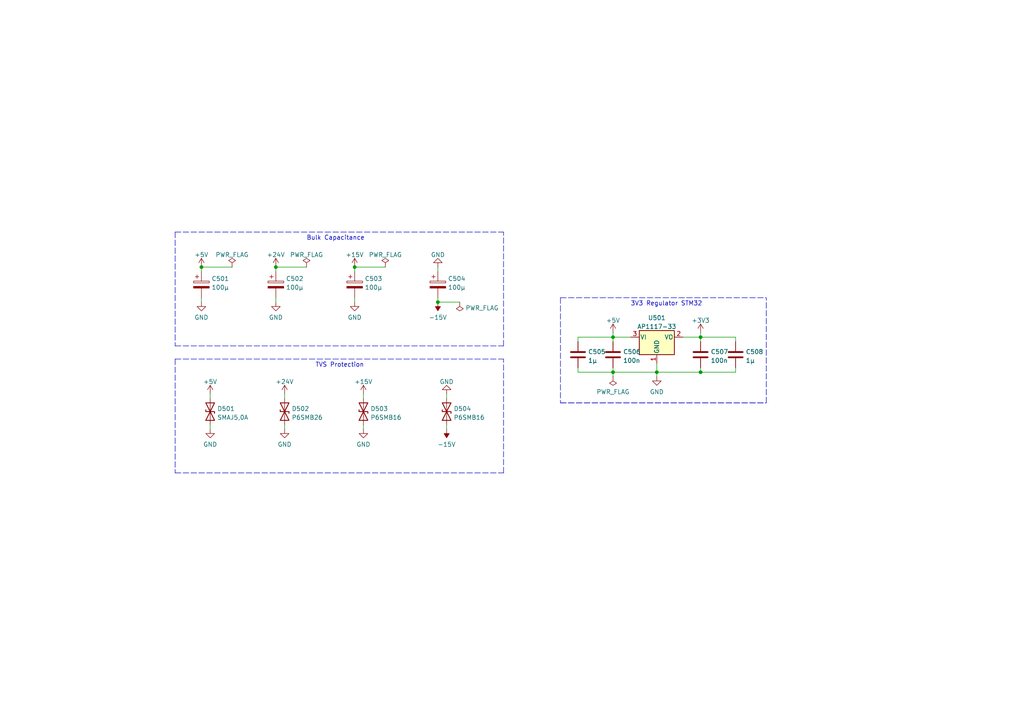
<source format=kicad_sch>
(kicad_sch (version 20211123) (generator eeschema)
  (paper "A4")
  (title_block (title "Supply Rails") (date "2022-11-27") (rev "Rev V1.0") (company "Synthron"))
  (lib_symbols
    (symbol "Device:C" (pin_numbers hide) (pin_names (offset 0.254))
      (property "Reference" "C" (at 0.635 2.54 0))
      (property "Value" "C" (at 0.635 -2.54 0))
      (symbol "C_0_1"
        (polyline (pts (xy -2.032 -0.762) (xy 2.032 -0.762)) (stroke (width 0.508)))
        (polyline (pts (xy -2.032 0.762) (xy 2.032 0.762)) (stroke (width 0.508)))
      )
      (symbol "C_1_1"
        (pin passive line (at 0 3.81 270) (length 2.794) (name "~") (number "1"))
        (pin passive line (at 0 -3.81 90) (length 2.794) (name "~") (number "2"))
      )
    )
    (symbol "Device:C_Polarized" (pin_numbers hide) (pin_names (offset 0.254))
      (property "Reference" "C" (at 0.635 2.54 0))
      (property "Value" "C_Polarized" (at 0.635 -2.54 0))
      (symbol "C_Polarized_0_1"
        (rectangle (start -2.286 0.508) (end 2.286 1.016))
        (polyline (pts (xy -1.778 2.286) (xy -0.762 2.286)))
        (polyline (pts (xy -1.27 2.794) (xy -1.27 1.778)))
        (rectangle (start 2.286 -0.508) (end -2.286 -1.016) (fill (type outline)))
      )
      (symbol "C_Polarized_1_1"
        (pin passive line (at 0 3.81 270) (length 2.794) (name "~") (number "1"))
        (pin passive line (at 0 -3.81 90) (length 2.794) (name "~") (number "2"))
      )
    )
    (symbol "Device:D_TVS" (pin_numbers hide) (pin_names (offset 1.016) hide)
      (property "Reference" "D" (at 0 2.54 0))
      (property "Value" "D_TVS" (at 0 -2.54 0))
      (symbol "D_TVS_0_1"
        (polyline (pts (xy 1.27 0) (xy -1.27 0)))
        (polyline (pts (xy 0.508 1.27) (xy 0 1.27) (xy 0 -1.27) (xy -0.508 -1.27)) (stroke (width 0.254)))
        (polyline (pts (xy -2.54 1.27) (xy -2.54 -1.27) (xy 2.54 1.27) (xy 2.54 -1.27) (xy -2.54 1.27)) (stroke (width 0.254)))
      )
      (symbol "D_TVS_1_1"
        (pin passive line (at -3.81 0 0) (length 2.54) (name "A1") (number "1"))
        (pin passive line (at 3.81 0 180) (length 2.54) (name "A2") (number "2"))
      )
    )
    (symbol "Regulator_Linear:AP1117-33" (pin_names (offset 0.254))
      (property "Reference" "U" (at -3.81 3.175 0))
      (property "Value" "AP1117-33" (at 0 3.175 0))
      (symbol "AP1117-33_0_1"
        (rectangle (start -5.08 -5.08) (end 5.08 1.905) (stroke (width 0.254)) (fill (type background)))
      )
      (symbol "AP1117-33_1_1"
        (pin power_in line (at 0 -7.62 90) (length 2.54) (name "GND") (number "1"))
        (pin power_out line (at 7.62 0 180) (length 2.54) (name "VO") (number "2"))
        (pin power_in line (at -7.62 0 0) (length 2.54) (name "VI") (number "3"))
      )
    )
    (symbol "power:+15V" (power) (pin_names (offset 0))
      (property "Value" "+15V" (at 0 3.556 0))
      (symbol "+15V_0_1"
        (polyline (pts (xy -0.762 1.27) (xy 0 2.54)))
        (polyline (pts (xy 0 0) (xy 0 2.54)))
        (polyline (pts (xy 0 2.54) (xy 0.762 1.27)))
      )
      (symbol "+15V_1_1"
        (pin power_in line (at 0 0 90) (length 0) hide (name "+15V") (number "1"))
      )
    )
    (symbol "power:+24V" (power) (pin_names (offset 0))
      (property "Value" "+24V" (at 0 3.556 0))
      (symbol "+24V_0_1"
        (polyline (pts (xy -0.762 1.27) (xy 0 2.54)))
        (polyline (pts (xy 0 0) (xy 0 2.54)))
        (polyline (pts (xy 0 2.54) (xy 0.762 1.27)))
      )
      (symbol "+24V_1_1"
        (pin power_in line (at 0 0 90) (length 0) hide (name "+24V") (number "1"))
      )
    )
    (symbol "power:+3V3" (power) (pin_names (offset 0))
      (property "Value" "+3V3" (at 0 3.556 0))
      (symbol "+3V3_0_1"
        (polyline (pts (xy -0.762 1.27) (xy 0 2.54)))
        (polyline (pts (xy 0 0) (xy 0 2.54)))
        (polyline (pts (xy 0 2.54) (xy 0.762 1.27)))
      )
      (symbol "+3V3_1_1"
        (pin power_in line (at 0 0 90) (length 0) hide (name "+3V3") (number "1"))
      )
    )
    (symbol "power:+5V" (power) (pin_names (offset 0))
      (property "Value" "+5V" (at 0 3.556 0))
      (symbol "+5V_0_1"
        (polyline (pts (xy -0.762 1.27) (xy 0 2.54)))
        (polyline (pts (xy 0 0) (xy 0 2.54)))
        (polyline (pts (xy 0 2.54) (xy 0.762 1.27)))
      )
      (symbol "+5V_1_1"
        (pin power_in line (at 0 0 90) (length 0) hide (name "+5V") (number "1"))
      )
    )
    (symbol "power:-15V" (power) (pin_names (offset 0))
      (property "Value" "-15V" (at 0 3.81 0))
      (symbol "-15V_0_0"
        (pin power_in line (at 0 0 90) (length 0) hide (name "-15V") (number "1"))
      )
      (symbol "-15V_0_1"
        (polyline (pts (xy 0 0) (xy 0 1.27) (xy 0.762 1.27) (xy 0 2.54) (xy -0.762 1.27) (xy 0 1.27)) (fill (type outline)))
      )
    )
    (symbol "power:GND" (power) (pin_names (offset 0))
      (property "Value" "GND" (at 0 -3.81 0))
      (symbol "GND_0_1"
        (polyline (pts (xy 0 0) (xy 0 -1.27) (xy 1.27 -1.27) (xy 0 -2.54) (xy -1.27 -1.27) (xy 0 -1.27)))
      )
      (symbol "GND_1_1"
        (pin power_in line (at 0 0 270) (length 0) hide (name "GND") (number "1"))
      )
    )
    (symbol "power:PWR_FLAG" (power) (pin_numbers hide) (pin_names (offset 0) hide)
      (property "Value" "PWR_FLAG" (at 0 3.81 0))
      (symbol "PWR_FLAG_0_0"
        (pin power_out line (at 0 0 90) (length 0) (name "pwr") (number "1"))
      )
      (symbol "PWR_FLAG_0_1"
        (polyline (pts (xy 0 0) (xy 0 1.27) (xy -1.016 1.905) (xy 0 2.54) (xy 1.016 1.905) (xy 0 1.27)))
      )
    )
  )
  (junction (at 127 87.63))
  (junction (at 102.87 77.47))
  (junction (at 177.8 97.79))
  (junction (at 203.2 97.79))
  (junction (at 177.8 107.95))
  (junction (at 190.5 107.95))
  (junction (at 203.2 107.95))
  (junction (at 80.01 77.47))
  (junction (at 58.42 77.47))
  (wire (pts (xy 203.2 107.95) (xy 213.36 107.95)))
  (wire (pts (xy 129.54 114.3) (xy 129.54 115.57)))
  (wire (pts (xy 82.55 123.19) (xy 82.55 124.46)))
  (polyline (pts (xy 50.8 100.33) (xy 146.05 100.33)))
  (wire (pts (xy 129.54 123.19) (xy 129.54 124.46)))
  (wire (pts (xy 105.41 114.3) (xy 105.41 115.57)))
  (wire (pts (xy 58.42 77.47) (xy 58.42 78.74)))
  (wire (pts (xy 203.2 106.68) (xy 203.2 107.95)))
  (wire (pts (xy 177.8 97.79) (xy 167.64 97.79)))
  (wire (pts (xy 177.8 96.52) (xy 177.8 97.79)))
  (wire (pts (xy 58.42 77.47) (xy 67.31 77.47)))
  (wire (pts (xy 213.36 107.95) (xy 213.36 106.68)))
  (wire (pts (xy 167.64 97.79) (xy 167.64 99.06)))
  (polyline (pts (xy 162.56 116.84) (xy 222.25 116.84)))
  (polyline (pts (xy 50.8 137.16) (xy 146.05 137.16)))
  (wire (pts (xy 105.41 123.19) (xy 105.41 124.46)))
  (polyline (pts (xy 162.56 86.36) (xy 222.25 86.36)))
  (polyline (pts (xy 162.56 86.36) (xy 162.56 116.84)))
  (polyline (pts (xy 50.8 67.31) (xy 146.05 67.31)))
  (polyline (pts (xy 50.8 104.14) (xy 50.8 137.16)))
  (wire (pts (xy 58.42 86.36) (xy 58.42 87.63)))
  (wire (pts (xy 80.01 77.47) (xy 88.9 77.47)))
  (wire (pts (xy 182.88 97.79) (xy 177.8 97.79)))
  (wire (pts (xy 80.01 86.36) (xy 80.01 87.63)))
  (wire (pts (xy 190.5 105.41) (xy 190.5 107.95)))
  (polyline (pts (xy 50.8 67.31) (xy 50.8 100.33)))
  (polyline (pts (xy 222.25 116.84) (xy 222.25 86.36)))
  (wire (pts (xy 177.8 97.79) (xy 177.8 99.06)))
  (wire (pts (xy 203.2 97.79) (xy 203.2 96.52)))
  (wire (pts (xy 167.64 106.68) (xy 167.64 107.95)))
  (wire (pts (xy 213.36 99.06) (xy 213.36 97.79)))
  (wire (pts (xy 177.8 107.95) (xy 177.8 109.22)))
  (wire (pts (xy 190.5 107.95) (xy 190.5 109.22)))
  (wire (pts (xy 127 87.63) (xy 133.35 87.63)))
  (wire (pts (xy 177.8 107.95) (xy 190.5 107.95)))
  (polyline (pts (xy 162.56 116.84) (xy 222.25 116.84)))
  (wire (pts (xy 203.2 97.79) (xy 203.2 99.06)))
  (wire (pts (xy 127 77.47) (xy 127 78.74)))
  (wire (pts (xy 167.64 107.95) (xy 177.8 107.95)))
  (wire (pts (xy 177.8 106.68) (xy 177.8 107.95)))
  (wire (pts (xy 102.87 77.47) (xy 102.87 78.74)))
  (wire (pts (xy 102.87 77.47) (xy 111.76 77.47)))
  (wire (pts (xy 60.96 123.19) (xy 60.96 124.46)))
  (wire (pts (xy 80.01 77.47) (xy 80.01 78.74)))
  (polyline (pts (xy 146.05 100.33) (xy 146.05 67.31)))
  (polyline (pts (xy 146.05 137.16) (xy 146.05 104.14)))
  (wire (pts (xy 190.5 107.95) (xy 203.2 107.95)))
  (wire (pts (xy 198.12 97.79) (xy 203.2 97.79)))
  (wire (pts (xy 60.96 114.3) (xy 60.96 115.57)))
  (wire (pts (xy 127 86.36) (xy 127 87.63)))
  (wire (pts (xy 213.36 97.79) (xy 203.2 97.79)))
  (polyline (pts (xy 50.8 104.14) (xy 146.05 104.14)))
  (wire (pts (xy 102.87 86.36) (xy 102.87 87.63)))
  (wire (pts (xy 82.55 114.3) (xy 82.55 115.57)))
  (text "Bulk Capacitance" (at 88.9 69.85 0) (effects (font (size 1.27 1.27)) (justify left bottom)))
  (text "TVS Protection\n" (at 91.44 106.68 0) (effects (font (size 1.27 1.27)) (justify left bottom)))
  (text "3V3 Regulator STM32" (at 182.88 88.9 0) (effects (font (size 1.27 1.27)) (justify left bottom)))
  (symbol (lib_id "Device:C_Polarized") (at 80.01 82.55 0) (unit 1)
    (property "Reference" "C502" (at 82.931 80.8263 0) (effects (justify left)))
    (property "Value" "100µ" (at 82.931 83.3632 0) (effects (justify left)))
    (property "Footprint" "Capacitor_THT:CP_Radial_D8.0mm_P5.00mm" (effects hide))
  )
  (symbol (lib_id "power:+5V") (at 58.42 77.47 0) (unit 1)
    (property "Reference" "#PWR0501" (effects hide))
    (property "Value" "+5V" (at 58.42 73.8942 0))
  )
  (symbol (lib_id "Device:C_Polarized") (at 127 82.55 0) (unit 1)
    (property "Reference" "C504" (at 129.921 80.8263 0) (effects (justify left)))
    (property "Value" "100µ" (at 129.921 83.3632 0) (effects (justify left)))
    (property "Footprint" "Capacitor_THT:CP_Radial_D8.0mm_P5.00mm" (effects hide))
  )
  (symbol (lib_id "power:GND") (at 80.01 87.63 0) (unit 1)
    (property "Reference" "#PWR0506" (effects hide))
    (property "Value" "GND" (at 80.01 92.0734 0))
  )
  (symbol (lib_id "Device:C") (at 213.36 102.87 0) (unit 1)
    (property "Reference" "C508" (at 216.281 102.0353 0) (effects (justify left)))
    (property "Value" "1µ" (at 216.281 104.5722 0) (effects (justify left)))
    (property "Footprint" "Capacitor_SMD:C_0805_2012Metric" (effects hide))
  )
  (symbol (lib_id "power:+24V") (at 80.01 77.47 0) (unit 1)
    (property "Reference" "#PWR0502" (effects hide))
    (property "Value" "+24V" (at 80.01 73.8942 0))
  )
  (symbol (lib_id "power:GND") (at 127 77.47 180) (unit 1)
    (property "Reference" "#PWR0504" (effects hide))
    (property "Value" "GND" (at 127 73.8942 0))
  )
  (symbol (lib_id "Device:C_Polarized") (at 102.87 82.55 0) (unit 1)
    (property "Reference" "C503" (at 105.791 80.8263 0) (effects (justify left)))
    (property "Value" "100µ" (at 105.791 83.3632 0) (effects (justify left)))
    (property "Footprint" "Capacitor_THT:CP_Radial_D8.0mm_P5.00mm" (effects hide))
  )
  (symbol (lib_id "power:GND") (at 82.55 124.46 0) (unit 1)
    (property "Reference" "#PWR0517" (effects hide))
    (property "Value" "GND" (at 82.55 128.9034 0))
  )
  (symbol (lib_id "power:PWR_FLAG") (at 177.8 109.22 180) (unit 1)
    (property "Reference" "#FLG0505" (effects hide))
    (property "Value" "PWR_FLAG" (at 177.8 113.6634 0))
  )
  (symbol (lib_id "power:GND") (at 129.54 114.3 180) (unit 1)
    (property "Reference" "#PWR0515" (effects hide))
    (property "Value" "GND" (at 129.54 110.7242 0))
  )
  (symbol (lib_id "Device:D_TVS") (at 129.54 119.38 90) (unit 1)
    (property "Reference" "D504" (at 131.572 118.5453 90) (effects (justify right)))
    (property "Value" "P6SMB16" (at 131.572 121.0822 90) (effects (justify right)))
    (property "Footprint" "Diode_SMD:D_SMA" (effects hide))
  )
  (symbol (lib_id "power:-15V") (at 129.54 124.46 180) (unit 1)
    (property "Reference" "#PWR0519" (effects hide))
    (property "Value" "-15V" (at 129.54 128.9034 0))
  )
  (symbol (lib_id "power:+15V") (at 102.87 77.47 0) (unit 1)
    (property "Reference" "#PWR0503" (effects hide))
    (property "Value" "+15V" (at 102.87 73.8942 0))
  )
  (symbol (lib_id "power:PWR_FLAG") (at 133.35 87.63 180) (unit 1)
    (property "Reference" "#FLG0504" (effects hide))
    (property "Value" "PWR_FLAG" (at 135.001 89.3338 0) (effects (justify right)))
  )
  (symbol (lib_id "power:+24V") (at 82.55 114.3 0) (unit 1)
    (property "Reference" "#PWR0513" (effects hide))
    (property "Value" "+24V" (at 82.55 110.7242 0))
  )
  (symbol (lib_id "Device:C") (at 203.2 102.87 0) (unit 1)
    (property "Reference" "C507" (at 206.121 102.0353 0) (effects (justify left)))
    (property "Value" "100n" (at 206.121 104.5722 0) (effects (justify left)))
    (property "Footprint" "Capacitor_SMD:C_0805_2012Metric" (effects hide))
  )
  (symbol (lib_id "power:PWR_FLAG") (at 111.76 77.47 0) (unit 1)
    (property "Reference" "#FLG0503" (effects hide))
    (property "Value" "PWR_FLAG" (at 111.76 73.8942 0))
  )
  (symbol (lib_id "power:+5V") (at 177.8 96.52 0) (unit 1)
    (property "Reference" "#PWR0509" (effects hide))
    (property "Value" "+5V" (at 177.8 92.9442 0))
  )
  (symbol (lib_id "Device:D_TVS") (at 60.96 119.38 90) (unit 1)
    (property "Reference" "D501" (at 62.992 118.5453 90) (effects (justify right)))
    (property "Value" "SMAJ5,0A" (at 62.992 121.0822 90) (effects (justify right)))
    (property "Footprint" "Diode_SMD:D_SMA" (effects hide))
  )
  (symbol (lib_id "power:PWR_FLAG") (at 88.9 77.47 0) (unit 1)
    (property "Reference" "#FLG0502" (effects hide))
    (property "Value" "PWR_FLAG" (at 88.9 73.8942 0))
  )
  (symbol (lib_id "Device:C") (at 167.64 102.87 0) (unit 1)
    (property "Reference" "C505" (at 170.561 102.0353 0) (effects (justify left)))
    (property "Value" "1µ" (at 170.561 104.5722 0) (effects (justify left)))
    (property "Footprint" "Capacitor_SMD:C_0805_2012Metric" (effects hide))
  )
  (symbol (lib_id "power:GND") (at 60.96 124.46 0) (unit 1)
    (property "Reference" "#PWR0516" (effects hide))
    (property "Value" "GND" (at 60.96 128.9034 0))
  )
  (symbol (lib_id "Device:C") (at 177.8 102.87 0) (unit 1)
    (property "Reference" "C506" (at 180.721 102.0353 0) (effects (justify left)))
    (property "Value" "100n" (at 180.721 104.5722 0) (effects (justify left)))
    (property "Footprint" "Capacitor_SMD:C_0805_2012Metric" (effects hide))
  )
  (symbol (lib_id "power:+3V3") (at 203.2 96.52 0) (unit 1)
    (property "Reference" "#PWR0510" (effects hide))
    (property "Value" "+3V3" (at 203.2 92.9442 0))
  )
  (symbol (lib_id "Device:D_TVS") (at 105.41 119.38 90) (unit 1)
    (property "Reference" "D503" (at 107.442 118.5453 90) (effects (justify right)))
    (property "Value" "P6SMB16" (at 107.442 121.0822 90) (effects (justify right)))
    (property "Footprint" "Diode_SMD:D_SMA" (effects hide))
  )
  (symbol (lib_id "power:+5V") (at 60.96 114.3 0) (unit 1)
    (property "Reference" "#PWR0512" (effects hide))
    (property "Value" "+5V" (at 60.96 110.7242 0))
  )
  (symbol (lib_id "power:GND") (at 58.42 87.63 0) (unit 1)
    (property "Reference" "#PWR0505" (effects hide))
    (property "Value" "GND" (at 58.42 92.0734 0))
  )
  (symbol (lib_id "power:PWR_FLAG") (at 67.31 77.47 0) (unit 1)
    (property "Reference" "#FLG0501" (effects hide))
    (property "Value" "PWR_FLAG" (at 67.31 73.8942 0))
  )
  (symbol (lib_id "power:+15V") (at 105.41 114.3 0) (unit 1)
    (property "Reference" "#PWR0514" (effects hide))
    (property "Value" "+15V" (at 105.41 110.7242 0))
  )
  (symbol (lib_id "Device:D_TVS") (at 82.55 119.38 90) (unit 1)
    (property "Reference" "D502" (at 84.582 118.5453 90) (effects (justify right)))
    (property "Value" "P6SMB26" (at 84.582 121.0822 90) (effects (justify right)))
    (property "Footprint" "Diode_SMD:D_SMA" (effects hide))
  )
  (symbol (lib_id "Regulator_Linear:AP1117-33") (at 190.5 97.79 0) (unit 1)
    (property "Reference" "U501" (at 190.5 92.1852 0))
    (property "Value" "AP1117-33" (at 190.5 94.7221 0))
    (property "Footprint" "Package_TO_SOT_SMD:SOT-223-3_TabPin2" (effects hide))
    (property "Datasheet" "http://www.diodes.com/datasheets/AP1117.pdf" (effects hide))
  )
  (symbol (lib_id "power:GND") (at 190.5 109.22 0) (unit 1)
    (property "Reference" "#PWR0511" (effects hide))
    (property "Value" "GND" (at 190.5 113.6634 0))
  )
  (symbol (lib_id "power:-15V") (at 127 87.63 180) (unit 1)
    (property "Reference" "#PWR0508" (effects hide))
    (property "Value" "-15V" (at 127 92.0734 0))
  )
  (symbol (lib_id "power:GND") (at 102.87 87.63 0) (unit 1)
    (property "Reference" "#PWR0507" (effects hide))
    (property "Value" "GND" (at 102.87 92.0734 0))
  )
  (symbol (lib_id "power:GND") (at 105.41 124.46 0) (unit 1)
    (property "Reference" "#PWR0518" (effects hide))
    (property "Value" "GND" (at 105.41 128.9034 0))
  )
  (symbol (lib_id "Device:C_Polarized") (at 58.42 82.55 0) (unit 1)
    (property "Reference" "C501" (at 61.341 80.8263 0) (effects (justify left)))
    (property "Value" "100µ" (at 61.341 83.3632 0) (effects (justify left)))
    (property "Footprint" "Capacitor_THT:CP_Radial_D8.0mm_P5.00mm" (effects hide))
  )
)
</source>
